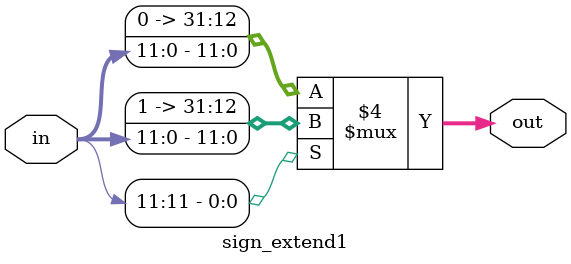
<source format=v>
`timescale 1ns / 1ps


module sign_extend1(in, out);
input [11:0]in;
output reg [31:0]out;
reg i;
initial begin
if(in[11] == 1)
    out = {20'b11111111111111111111, in};

    else 
    out = {20'b00000000000000000000, in};
end
endmodule

</source>
